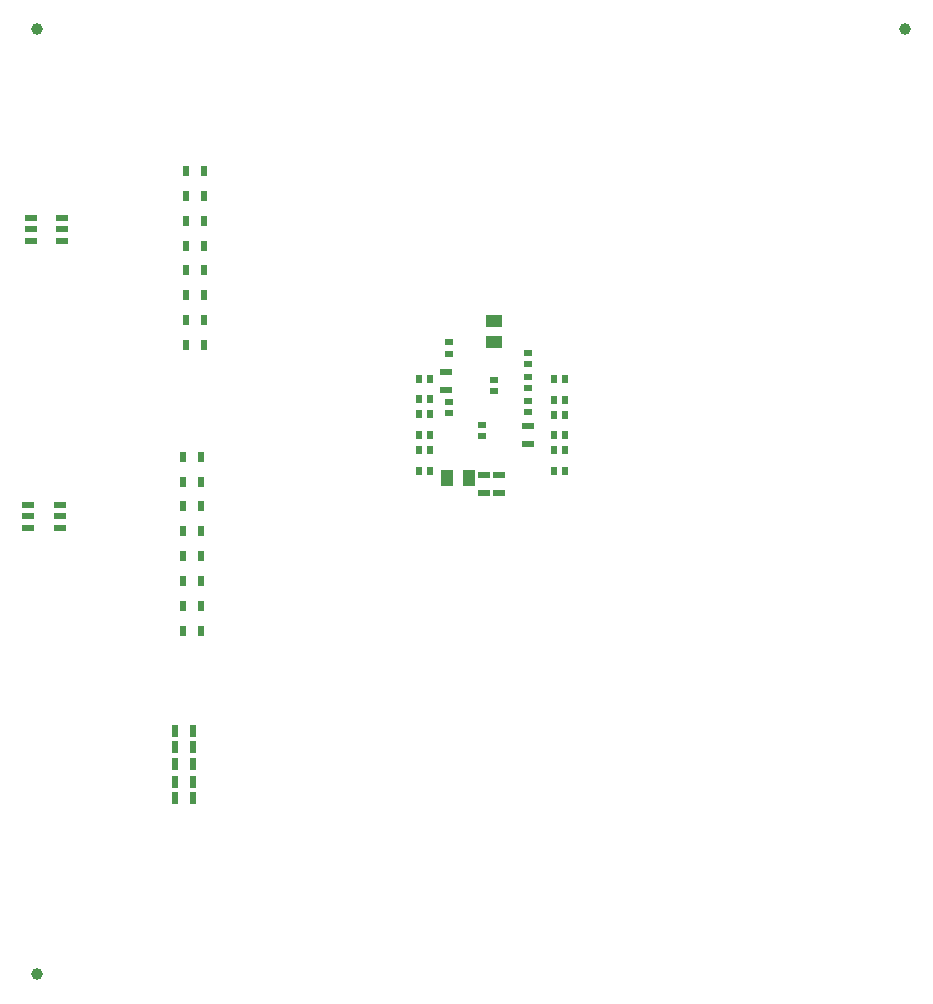
<source format=gbp>
G04*
G04 #@! TF.GenerationSoftware,Altium Limited,Altium Designer,20.2.4 (192)*
G04*
G04 Layer_Color=128*
%FSLAX44Y44*%
%MOMM*%
G71*
G04*
G04 #@! TF.SameCoordinates,BA5F34B0-8EF9-400C-9F63-0181D384F855*
G04*
G04*
G04 #@! TF.FilePolarity,Positive*
G04*
G01*
G75*
%ADD17R,1.0000X0.5000*%
%ADD18R,0.5500X0.9000*%
%ADD21R,0.6000X1.0000*%
%ADD22R,1.0500X1.4500*%
%ADD23R,1.0000X0.6000*%
%ADD25C,1.0000*%
%ADD86R,0.6000X0.6400*%
%ADD87R,0.6400X0.6000*%
%ADD88R,1.4500X1.0500*%
D17*
X42839Y496998D02*
D03*
Y487498D02*
D03*
Y477998D02*
D03*
X69839D02*
D03*
Y487498D02*
D03*
Y496998D02*
D03*
X44856Y739998D02*
D03*
Y730498D02*
D03*
Y720998D02*
D03*
X71856D02*
D03*
Y730498D02*
D03*
Y739998D02*
D03*
D18*
X176500Y758917D02*
D03*
X191500D02*
D03*
X191500Y779955D02*
D03*
X176500D02*
D03*
X191500Y716841D02*
D03*
X176500D02*
D03*
X176500Y737879D02*
D03*
X191500D02*
D03*
X174000Y517045D02*
D03*
X189000D02*
D03*
X189000Y538083D02*
D03*
X174000D02*
D03*
X189000Y496007D02*
D03*
X174000D02*
D03*
X174000Y474969D02*
D03*
X189000D02*
D03*
X189000Y453931D02*
D03*
X174000D02*
D03*
X174000Y432893D02*
D03*
X189000D02*
D03*
X189000Y411855D02*
D03*
X174000D02*
D03*
X174000Y390817D02*
D03*
X189000D02*
D03*
X191500Y674764D02*
D03*
X176500D02*
D03*
X176500Y695803D02*
D03*
X191500D02*
D03*
X191500Y632688D02*
D03*
X176500D02*
D03*
X176500Y653726D02*
D03*
X191500D02*
D03*
D21*
X166900Y305998D02*
D03*
X182100D02*
D03*
X166900Y291998D02*
D03*
X182100D02*
D03*
X166900Y277998D02*
D03*
X182100D02*
D03*
Y248998D02*
D03*
X166900D02*
D03*
Y262998D02*
D03*
X182100D02*
D03*
D22*
X415750Y519998D02*
D03*
X397250D02*
D03*
D23*
X441500Y507398D02*
D03*
Y522598D02*
D03*
X429000Y507398D02*
D03*
Y522598D02*
D03*
X396501Y594898D02*
D03*
Y610098D02*
D03*
X466200Y564128D02*
D03*
Y548928D02*
D03*
D25*
X50000Y899998D02*
D03*
X785000D02*
D03*
X50000Y99998D02*
D03*
D86*
X373770Y574308D02*
D03*
X383371D02*
D03*
X383370Y587008D02*
D03*
X373770D02*
D03*
X383370Y603518D02*
D03*
X373770D02*
D03*
X383370Y526048D02*
D03*
X373770D02*
D03*
X383370Y543828D02*
D03*
X373770D02*
D03*
X373770Y556528D02*
D03*
X383371D02*
D03*
X488070Y603518D02*
D03*
X497671D02*
D03*
X497670Y556528D02*
D03*
X488070D02*
D03*
X497670Y573038D02*
D03*
X488070D02*
D03*
X488070Y543828D02*
D03*
X497671D02*
D03*
X488070Y526048D02*
D03*
X497671D02*
D03*
X488070Y585738D02*
D03*
X497671D02*
D03*
D87*
X426830Y555538D02*
D03*
Y565138D02*
D03*
X436990Y603238D02*
D03*
Y593638D02*
D03*
X398890Y584468D02*
D03*
Y574868D02*
D03*
Y634988D02*
D03*
Y625388D02*
D03*
X466200Y626098D02*
D03*
Y616498D02*
D03*
Y605778D02*
D03*
Y596178D02*
D03*
Y585458D02*
D03*
Y575858D02*
D03*
D88*
X436990Y653408D02*
D03*
Y634908D02*
D03*
M02*

</source>
